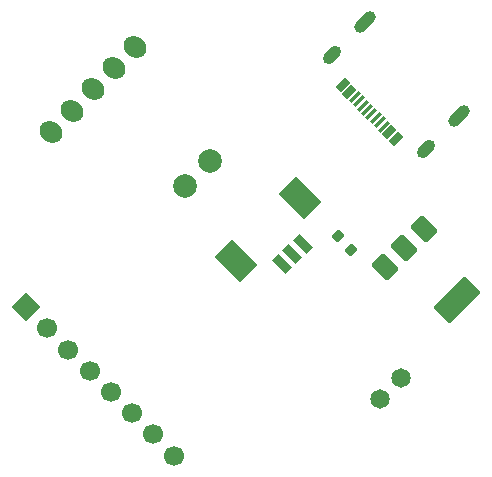
<source format=gbr>
%TF.GenerationSoftware,KiCad,Pcbnew,(6.0.8)*%
%TF.CreationDate,2022-10-29T03:41:05+02:00*%
%TF.ProjectId,view_base,76696577-5f62-4617-9365-2e6b69636164,rev?*%
%TF.SameCoordinates,Original*%
%TF.FileFunction,Soldermask,Top*%
%TF.FilePolarity,Negative*%
%FSLAX46Y46*%
G04 Gerber Fmt 4.6, Leading zero omitted, Abs format (unit mm)*
G04 Created by KiCad (PCBNEW (6.0.8)) date 2022-10-29 03:41:05*
%MOMM*%
%LPD*%
G01*
G04 APERTURE LIST*
G04 Aperture macros list*
%AMRoundRect*
0 Rectangle with rounded corners*
0 $1 Rounding radius*
0 $2 $3 $4 $5 $6 $7 $8 $9 X,Y pos of 4 corners*
0 Add a 4 corners polygon primitive as box body*
4,1,4,$2,$3,$4,$5,$6,$7,$8,$9,$2,$3,0*
0 Add four circle primitives for the rounded corners*
1,1,$1+$1,$2,$3*
1,1,$1+$1,$4,$5*
1,1,$1+$1,$6,$7*
1,1,$1+$1,$8,$9*
0 Add four rect primitives between the rounded corners*
20,1,$1+$1,$2,$3,$4,$5,0*
20,1,$1+$1,$4,$5,$6,$7,0*
20,1,$1+$1,$6,$7,$8,$9,0*
20,1,$1+$1,$8,$9,$2,$3,0*%
%AMHorizOval*
0 Thick line with rounded ends*
0 $1 width*
0 $2 $3 position (X,Y) of the first rounded end (center of the circle)*
0 $4 $5 position (X,Y) of the second rounded end (center of the circle)*
0 Add line between two ends*
20,1,$1,$2,$3,$4,$5,0*
0 Add two circle primitives to create the rounded ends*
1,1,$1,$2,$3*
1,1,$1,$4,$5*%
%AMRotRect*
0 Rectangle, with rotation*
0 The origin of the aperture is its center*
0 $1 length*
0 $2 width*
0 $3 Rotation angle, in degrees counterclockwise*
0 Add horizontal line*
21,1,$1,$2,0,0,$3*%
G04 Aperture macros list end*
%ADD10RotRect,0.600000X1.090000X135.000000*%
%ADD11RotRect,0.300000X1.090000X135.000000*%
%ADD12HorizOval,1.000000X0.424264X0.424264X-0.424264X-0.424264X0*%
%ADD13HorizOval,1.000000X0.282843X0.282843X-0.282843X-0.282843X0*%
%ADD14HorizOval,1.727200X0.107763X-0.107763X-0.107763X0.107763X0*%
%ADD15RoundRect,0.250000X-0.883883X0.176777X0.176777X-0.883883X0.883883X-0.176777X-0.176777X0.883883X0*%
%ADD16RoundRect,0.250000X-1.697056X-0.636396X-0.636396X-1.697056X1.697056X0.636396X0.636396X1.697056X0*%
%ADD17C,2.000000*%
%ADD18RoundRect,0.200000X0.335876X0.053033X0.053033X0.335876X-0.335876X-0.053033X-0.053033X-0.335876X0*%
%ADD19RotRect,1.700000X1.700000X45.000000*%
%ADD20HorizOval,1.700000X0.000000X0.000000X0.000000X0.000000X0*%
%ADD21C,1.651000*%
%ADD22RotRect,2.100000X2.999999X225.000000*%
%ADD23RotRect,0.800000X1.600000X225.000000*%
G04 APERTURE END LIST*
D10*
%TO.C,J2*%
X113064645Y-39460838D03*
X112498960Y-38895153D03*
D11*
X111685787Y-38081980D03*
X110978680Y-37374873D03*
X110625127Y-37021320D03*
X109918020Y-36314213D03*
D10*
X109104847Y-35501040D03*
X108539162Y-34935355D03*
X108539162Y-34935355D03*
X109104847Y-35501040D03*
D11*
X109564466Y-35960660D03*
X110271573Y-36667767D03*
X111332233Y-37728427D03*
X112039340Y-38435534D03*
D10*
X112498960Y-38895153D03*
X113064645Y-39460838D03*
D12*
X118417443Y-37530437D03*
X110469563Y-29582557D03*
D13*
X107641136Y-32410984D03*
X115589016Y-40358864D03*
%TD*%
D14*
%TO.C,J6*%
X90992102Y-31707898D03*
X89196051Y-33503949D03*
X87400000Y-35300000D03*
X85603949Y-37096051D03*
X83807898Y-38892102D03*
%TD*%
D15*
%TO.C,U1*%
X115398959Y-47079720D03*
D16*
X118227386Y-53160838D03*
D15*
X113772614Y-48706066D03*
X112146268Y-50332411D03*
%TD*%
D17*
%TO.C,TP4*%
X97300000Y-41333452D03*
%TD*%
D18*
%TO.C,R4*%
X109283363Y-48883363D03*
X108116637Y-47716637D03*
%TD*%
D19*
%TO.C,J4*%
X81724427Y-53724427D03*
D20*
X83520478Y-55520478D03*
X85316529Y-57316529D03*
X87112581Y-59112581D03*
X88908632Y-60908632D03*
X90704683Y-62704683D03*
X92500734Y-64500734D03*
X94296786Y-66296786D03*
%TD*%
D17*
%TO.C,TP3*%
X95178681Y-43454774D03*
%TD*%
D21*
%TO.C,J8*%
X113498026Y-59701974D03*
X111701974Y-61498026D03*
%TD*%
D22*
%TO.C,J3*%
X104898162Y-44486828D03*
X99524151Y-49860839D03*
D23*
X105145649Y-48340559D03*
X104261766Y-49224442D03*
X103377882Y-50108326D03*
%TD*%
M02*

</source>
